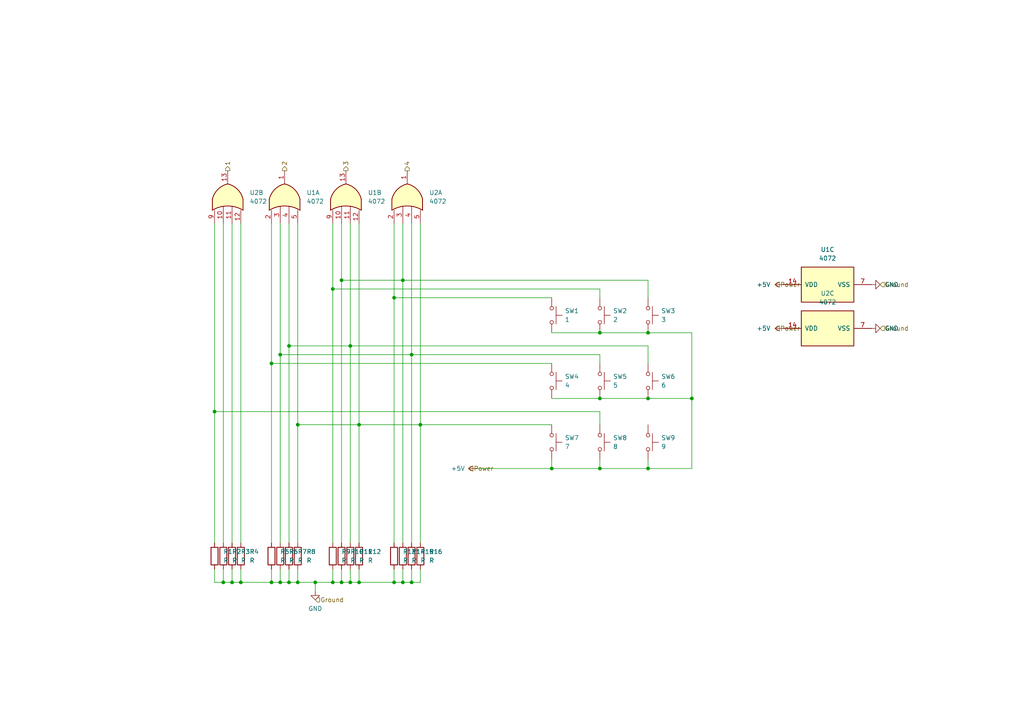
<source format=kicad_sch>
(kicad_sch (version 20250114) (generator "eeschema") (generator_version "9.0")
  (paper "A4")
  (lib_symbols
    (symbol "4xxx:4072" (pin_names (offset 1.016))
      (property "Reference" "U" (at 0 1.27 0))
      (property "Value" "4072" (at 0 -1.27 0))
      (symbol "4072_1_1"
        (arc (start -3.81 4.445) (mid -2.5908 0) (end -3.81 -4.445) (stroke (width 0.254)))
        (polyline (pts (xy -3.81 4.445) (xy -0.635 4.445)) (stroke (width 0.254)) (fill (type background)))
        (polyline (pts (xy -3.81 -4.445) (xy -0.635 -4.445)) (stroke (width 0.254)) (fill (type background)))
        (arc (start -0.6096 4.445) (mid 2.2198 2.8385) (end 3.81 0) (stroke (width 0.254)) (fill (type background)))
        (arc (start 3.81 0) (mid 2.224 -2.8428) (end -0.6096 -4.445) (stroke (width 0.254)) (fill (type background)))
        (polyline (pts (xy -0.635 4.445) (xy -3.81 4.445) (xy -3.81 4.445) (xy -3.6322 4.0894) (xy -3.0988 2.921) (xy -2.7686 1.6764) (xy -2.6162 0.4318) (xy -2.6416 -0.8636) (xy -2.8702 -2.1082) (xy -3.2512 -3.3274) (xy -3.81 -4.445) (xy -3.81 -4.445) (xy -0.635 -4.445)) (stroke (width -25.4)) (fill (type background)))
        (pin input line (at -7.62 3.81 0) (length 3.81) (name "~") (number "2"))
        (pin input line (at -7.62 1.27 0) (length 4.826) (name "~") (number "3"))
        (pin input line (at -7.62 -1.27 0) (length 4.826) (name "~") (number "4"))
        (pin input line (at -7.62 -3.81 0) (length 3.81) (name "~") (number "5"))
        (pin output line (at 7.62 0 180) (length 3.81) (name "~") (number "1"))
      )
      (symbol "4072_1_2"
        (arc (start -0.635 4.445) (mid 3.7907 0) (end -0.635 -4.445) (stroke (width 0.254)) (fill (type background)))
        (polyline (pts (xy -0.635 4.445) (xy -3.81 4.445) (xy -3.81 -4.445) (xy -0.635 -4.445)) (stroke (width 0.254)) (fill (type background)))
        (pin input inverted (at -7.62 3.81 0) (length 3.81) (name "~") (number "2"))
        (pin input inverted (at -7.62 1.27 0) (length 3.81) (name "~") (number "3"))
        (pin input inverted (at -7.62 -1.27 0) (length 3.81) (name "~") (number "4"))
        (pin input inverted (at -7.62 -3.81 0) (length 3.81) (name "~") (number "5"))
        (pin output inverted (at 7.62 0 180) (length 3.81) (name "~") (number "1"))
      )
      (symbol "4072_2_1"
        (arc (start -3.81 4.445) (mid -2.5908 0) (end -3.81 -4.445) (stroke (width 0.254)))
        (polyline (pts (xy -3.81 4.445) (xy -0.635 4.445)) (stroke (width 0.254)) (fill (type background)))
        (polyline (pts (xy -3.81 -4.445) (xy -0.635 -4.445)) (stroke (width 0.254)) (fill (type background)))
        (arc (start -0.6096 4.445) (mid 2.2198 2.8385) (end 3.81 0) (stroke (width 0.254)) (fill (type background)))
        (arc (start 3.81 0) (mid 2.224 -2.8428) (end -0.6096 -4.445) (stroke (width 0.254)) (fill (type background)))
        (polyline (pts (xy -0.635 4.445) (xy -3.81 4.445) (xy -3.81 4.445) (xy -3.6322 4.0894) (xy -3.0988 2.921) (xy -2.7686 1.6764) (xy -2.6162 0.4318) (xy -2.6416 -0.8636) (xy -2.8702 -2.1082) (xy -3.2512 -3.3274) (xy -3.81 -4.445) (xy -3.81 -4.445) (xy -0.635 -4.445)) (stroke (width -25.4)) (fill (type background)))
        (pin input line (at -7.62 3.81 0) (length 3.81) (name "~") (number "9"))
        (pin input line (at -7.62 1.27 0) (length 4.826) (name "~") (number "10"))
        (pin input line (at -7.62 -1.27 0) (length 4.826) (name "~") (number "11"))
        (pin input line (at -7.62 -3.81 0) (length 3.81) (name "~") (number "12"))
        (pin output line (at 7.62 0 180) (length 3.81) (name "~") (number "13"))
      )
      (symbol "4072_2_2"
        (arc (start -0.635 4.445) (mid 3.7907 0) (end -0.635 -4.445) (stroke (width 0.254)) (fill (type background)))
        (polyline (pts (xy -0.635 4.445) (xy -3.81 4.445) (xy -3.81 -4.445) (xy -0.635 -4.445)) (stroke (width 0.254)) (fill (type background)))
        (pin input inverted (at -7.62 3.81 0) (length 3.81) (name "~") (number "9"))
        (pin input inverted (at -7.62 1.27 0) (length 3.81) (name "~") (number "10"))
        (pin input inverted (at -7.62 -1.27 0) (length 3.81) (name "~") (number "11"))
        (pin input inverted (at -7.62 -3.81 0) (length 3.81) (name "~") (number "12"))
        (pin output inverted (at 7.62 0 180) (length 3.81) (name "~") (number "13"))
      )
      (symbol "4072_3_0"
        (pin power_in line (at 0 12.7 270) (length 5.08) (name "VDD") (number "14"))
        (pin power_in line (at 0 -12.7 90) (length 5.08) (name "VSS") (number "7"))
      )
      (symbol "4072_3_1"
        (rectangle (start -5.08 7.62) (end 5.08 -7.62) (stroke (width 0.254)) (fill (type background)))
      )
    )
    (symbol "Device:R" (pin_numbers (hide yes)) (pin_names (offset 0))
      (property "Reference" "R" (at 2.032 0 90))
      (property "Value" "R" (at 0 0 90))
      (symbol "R_0_1"
        (rectangle (start -1.016 -2.54) (end 1.016 2.54) (stroke (width 0.254)))
      )
      (symbol "R_1_1"
        (pin passive line (at 0 3.81 270) (length 1.27) (name "~") (number "1"))
        (pin passive line (at 0 -3.81 90) (length 1.27) (name "~") (number "2"))
      )
    )
    (symbol "Switch:SW_Push" (pin_numbers (hide yes)) (pin_names (offset 1.016) (hide yes))
      (property "Reference" "SW" (at 1.27 2.54 0))
      (property "Value" "SW_Push" (at 0 -1.524 0))
      (symbol "SW_Push_0_1"
        (circle (center -2.032 0) (radius 0.508))
        (polyline (pts (xy 0 1.27) (xy 0 3.048)))
        (circle (center 2.032 0) (radius 0.508))
        (polyline (pts (xy 2.54 1.27) (xy -2.54 1.27)))
        (pin passive line (at -5.08 0 0) (length 2.54) (name "1") (number "1"))
        (pin passive line (at 5.08 0 180) (length 2.54) (name "2") (number "2"))
      )
    )
    (symbol "power:+5V" (power) (pin_numbers (hide yes)) (pin_names (offset 0) (hide yes))
      (property "Value" "+5V" (at 0 3.556 0))
      (symbol "+5V_0_1"
        (polyline (pts (xy -0.762 1.27) (xy 0 2.54)))
        (polyline (pts (xy 0 2.54) (xy 0.762 1.27)))
        (polyline (pts (xy 0 0) (xy 0 2.54)))
      )
      (symbol "+5V_1_1"
        (pin power_in line (at 0 0 90) (length 0) (name "~") (number "1"))
      )
    )
    (symbol "power:GND" (power) (pin_numbers (hide yes)) (pin_names (offset 0) (hide yes))
      (property "Value" "GND" (at 0 -3.81 0))
      (symbol "GND_0_1"
        (polyline (pts (xy 0 0) (xy 0 -1.27) (xy 1.27 -1.27) (xy 0 -2.54) (xy -1.27 -1.27) (xy 0 -1.27)))
      )
      (symbol "GND_1_1"
        (pin power_in line (at 0 0 270) (length 0) (name "~") (number "1"))
      )
    )
  )
  (junction (at 200.66 115.57))
  (junction (at 119.38 102.87))
  (junction (at 173.99 115.57))
  (junction (at 64.77 168.91))
  (junction (at 160.02 135.89))
  (junction (at 187.96 96.52))
  (junction (at 101.6 168.91))
  (junction (at 173.99 135.89))
  (junction (at 62.23 119.38))
  (junction (at 99.06 81.28))
  (junction (at 114.3 168.91))
  (junction (at 104.14 123.19))
  (junction (at 78.74 168.91))
  (junction (at 99.06 168.91))
  (junction (at 121.92 123.19))
  (junction (at 86.36 168.91))
  (junction (at 67.31 168.91))
  (junction (at 86.36 123.19))
  (junction (at 119.38 168.91))
  (junction (at 78.74 105.41))
  (junction (at 69.85 168.91))
  (junction (at 187.96 115.57))
  (junction (at 173.99 96.52))
  (junction (at 81.28 102.87))
  (junction (at 83.82 168.91))
  (junction (at 81.28 168.91))
  (junction (at 96.52 168.91))
  (junction (at 116.84 81.28))
  (junction (at 187.96 135.89))
  (junction (at 96.52 83.82))
  (junction (at 91.44 168.91))
  (junction (at 104.14 168.91))
  (junction (at 83.82 100.33))
  (junction (at 116.84 168.91))
  (junction (at 114.3 86.36))
  (junction (at 101.6 100.33))
  (wire (pts (xy 116.84 168.91) (xy 119.38 168.91)))
  (wire (pts (xy 67.31 168.91) (xy 69.85 168.91)))
  (wire (pts (xy 101.6 168.91) (xy 104.14 168.91)))
  (wire (pts (xy 187.96 133.35) (xy 187.96 135.89)))
  (wire (pts (xy 99.06 81.28) (xy 116.84 81.28)))
  (wire (pts (xy 119.38 168.91) (xy 121.92 168.91)))
  (wire (pts (xy 81.28 168.91) (xy 83.82 168.91)))
  (wire (pts (xy 96.52 165.1) (xy 96.52 168.91)))
  (wire (pts (xy 200.66 135.89) (xy 187.96 135.89)))
  (wire (pts (xy 69.85 64.77) (xy 69.85 157.48)))
  (wire (pts (xy 64.77 64.77) (xy 64.77 157.48)))
  (wire (pts (xy 173.99 105.41) (xy 173.99 102.87)))
  (wire (pts (xy 81.28 102.87) (xy 81.28 157.48)))
  (wire (pts (xy 96.52 83.82) (xy 96.52 157.48)))
  (wire (pts (xy 101.6 165.1) (xy 101.6 168.91)))
  (wire (pts (xy 104.14 123.19) (xy 121.92 123.19)))
  (wire (pts (xy 78.74 105.41) (xy 78.74 157.48)))
  (wire (pts (xy 173.99 115.57) (xy 187.96 115.57)))
  (wire (pts (xy 104.14 168.91) (xy 114.3 168.91)))
  (wire (pts (xy 187.96 135.89) (xy 173.99 135.89)))
  (wire (pts (xy 83.82 168.91) (xy 86.36 168.91)))
  (wire (pts (xy 78.74 168.91) (xy 81.28 168.91)))
  (wire (pts (xy 96.52 168.91) (xy 99.06 168.91)))
  (wire (pts (xy 62.23 165.1) (xy 62.23 168.91)))
  (wire (pts (xy 114.3 86.36) (xy 114.3 157.48)))
  (wire (pts (xy 114.3 64.77) (xy 114.3 86.36)))
  (wire (pts (xy 116.84 81.28) (xy 187.96 81.28)))
  (wire (pts (xy 86.36 123.19) (xy 104.14 123.19)))
  (wire (pts (xy 86.36 168.91) (xy 91.44 168.91)))
  (wire (pts (xy 187.96 86.36) (xy 187.96 81.28)))
  (wire (pts (xy 69.85 168.91) (xy 78.74 168.91)))
  (wire (pts (xy 121.92 123.19) (xy 160.02 123.19)))
  (wire (pts (xy 101.6 100.33) (xy 101.6 157.48)))
  (wire (pts (xy 121.92 168.91) (xy 121.92 165.1)))
  (wire (pts (xy 119.38 102.87) (xy 173.99 102.87)))
  (wire (pts (xy 86.36 165.1) (xy 86.36 168.91)))
  (wire (pts (xy 62.23 168.91) (xy 64.77 168.91)))
  (wire (pts (xy 119.38 165.1) (xy 119.38 168.91)))
  (wire (pts (xy 200.66 96.52) (xy 200.66 115.57)))
  (wire (pts (xy 91.44 168.91) (xy 96.52 168.91)))
  (wire (pts (xy 64.77 165.1) (xy 64.77 168.91)))
  (wire (pts (xy 83.82 165.1) (xy 83.82 168.91)))
  (wire (pts (xy 116.84 165.1) (xy 116.84 168.91)))
  (wire (pts (xy 62.23 119.38) (xy 62.23 157.48)))
  (wire (pts (xy 187.96 105.41) (xy 187.96 100.33)))
  (wire (pts (xy 173.99 86.36) (xy 173.99 83.82)))
  (wire (pts (xy 160.02 135.89) (xy 138.43 135.89)))
  (wire (pts (xy 62.23 64.77) (xy 62.23 119.38)))
  (wire (pts (xy 119.38 102.87) (xy 119.38 157.48)))
  (wire (pts (xy 81.28 102.87) (xy 119.38 102.87)))
  (wire (pts (xy 104.14 64.77) (xy 104.14 123.19)))
  (wire (pts (xy 104.14 123.19) (xy 104.14 157.48)))
  (wire (pts (xy 67.31 64.77) (xy 67.31 157.48)))
  (wire (pts (xy 78.74 64.77) (xy 78.74 105.41)))
  (wire (pts (xy 91.44 168.91) (xy 91.44 171.45)))
  (wire (pts (xy 160.02 133.35) (xy 160.02 135.89)))
  (wire (pts (xy 86.36 64.77) (xy 86.36 123.19)))
  (wire (pts (xy 116.84 64.77) (xy 116.84 81.28)))
  (wire (pts (xy 121.92 123.19) (xy 121.92 157.48)))
  (wire (pts (xy 119.38 64.77) (xy 119.38 102.87)))
  (wire (pts (xy 99.06 64.77) (xy 99.06 81.28)))
  (wire (pts (xy 121.92 64.77) (xy 121.92 123.19)))
  (wire (pts (xy 116.84 81.28) (xy 116.84 157.48)))
  (wire (pts (xy 173.99 135.89) (xy 160.02 135.89)))
  (wire (pts (xy 114.3 168.91) (xy 116.84 168.91)))
  (wire (pts (xy 160.02 115.57) (xy 173.99 115.57)))
  (wire (pts (xy 86.36 123.19) (xy 86.36 157.48)))
  (wire (pts (xy 81.28 64.77) (xy 81.28 102.87)))
  (wire (pts (xy 173.99 119.38) (xy 62.23 119.38)))
  (wire (pts (xy 83.82 100.33) (xy 101.6 100.33)))
  (wire (pts (xy 83.82 100.33) (xy 83.82 157.48)))
  (wire (pts (xy 96.52 83.82) (xy 173.99 83.82)))
  (wire (pts (xy 78.74 105.41) (xy 160.02 105.41)))
  (wire (pts (xy 99.06 81.28) (xy 99.06 157.48)))
  (wire (pts (xy 104.14 165.1) (xy 104.14 168.91)))
  (wire (pts (xy 99.06 168.91) (xy 101.6 168.91)))
  (wire (pts (xy 99.06 165.1) (xy 99.06 168.91)))
  (wire (pts (xy 67.31 165.1) (xy 67.31 168.91)))
  (wire (pts (xy 78.74 165.1) (xy 78.74 168.91)))
  (wire (pts (xy 187.96 115.57) (xy 200.66 115.57)))
  (wire (pts (xy 173.99 133.35) (xy 173.99 135.89)))
  (wire (pts (xy 200.66 115.57) (xy 200.66 135.89)))
  (wire (pts (xy 173.99 123.19) (xy 173.99 119.38)))
  (wire (pts (xy 114.3 165.1) (xy 114.3 168.91)))
  (wire (pts (xy 101.6 100.33) (xy 187.96 100.33)))
  (wire (pts (xy 83.82 64.77) (xy 83.82 100.33)))
  (wire (pts (xy 81.28 165.1) (xy 81.28 168.91)))
  (wire (pts (xy 64.77 168.91) (xy 67.31 168.91)))
  (wire (pts (xy 173.99 96.52) (xy 187.96 96.52)))
  (wire (pts (xy 101.6 64.77) (xy 101.6 100.33)))
  (wire (pts (xy 114.3 86.36) (xy 160.02 86.36)))
  (wire (pts (xy 160.02 96.52) (xy 173.99 96.52)))
  (wire (pts (xy 187.96 96.52) (xy 200.66 96.52)))
  (wire (pts (xy 69.85 165.1) (xy 69.85 168.91)))
  (wire (pts (xy 96.52 64.77) (xy 96.52 83.82)))
  (hierarchical_label "Power" (shape input) (at 135.89 135.89 0))
  (hierarchical_label "1" (shape output) (at 66.04 49.53 90))
  (hierarchical_label "Ground" (shape input) (at 255.27 82.55 0))
  (hierarchical_label "Ground" (shape input) (at 255.27 95.25 0))
  (hierarchical_label "3" (shape output) (at 100.33 49.53 90))
  (hierarchical_label "4" (shape output) (at 118.11 49.53 90))
  (hierarchical_label "Power" (shape input) (at 224.79 95.25 0))
  (hierarchical_label "Power" (shape input) (at 224.79 82.55 0))
  (hierarchical_label "Ground" (shape input) (at 91.44 173.99 0))
  (hierarchical_label "2" (shape output) (at 82.55 49.53 90))
  (symbol (lib_id "Switch:SW_Push") (at 187.96 91.44 270) (unit 1)
    (property "Reference" "SW3" (at 191.77 90.1699 90) (effects (justify left)))
    (property "Value" "3" (at 191.77 92.7099 90) (effects (justify left)))
    (property "Description" "Push button switch, generic, two pins" (effects (hide yes)))
  )
  (symbol (lib_id "4xxx:4072") (at 66.04 57.15 90) (unit 2)
    (property "Reference" "U2" (at 72.39 55.8799 90) (effects (justify right)))
    (property "Value" "4072" (at 72.39 58.4199 90) (effects (justify right)))
    (property "Datasheet" "http://www.intersil.com/content/dam/Intersil/documents/cd40/cd4071bms-72bms-75bms.pdf" (effects (hide yes)))
    (property "Description" "Dual 4 input OR gate" (effects (hide yes)))
  )
  (symbol (lib_id "Device:R") (at 114.3 161.29 0) (unit 1)
    (property "Reference" "R13" (at 116.84 160.0199 0) (effects (justify left)))
    (property "Value" "R" (at 116.84 162.5599 0) (effects (justify left)))
    (property "Description" "Resistor" (effects (hide yes)))
  )
  (symbol (lib_id "4xxx:4072") (at 240.03 82.55 90) (unit 3)
    (property "Reference" "U1" (at 240.03 72.39 90))
    (property "Value" "4072" (at 240.03 74.93 90))
    (property "Datasheet" "http://www.intersil.com/content/dam/Intersil/documents/cd40/cd4071bms-72bms-75bms.pdf" (effects (hide yes)))
    (property "Description" "Dual 4 input OR gate" (effects (hide yes)))
  )
  (symbol (lib_id "Switch:SW_Push") (at 173.99 91.44 270) (unit 1)
    (property "Reference" "SW2" (at 177.8 90.1699 90) (effects (justify left)))
    (property "Value" "2" (at 177.8 92.7099 90) (effects (justify left)))
    (property "Description" "Push button switch, generic, two pins" (effects (hide yes)))
  )
  (symbol (lib_id "Device:R") (at 78.74 161.29 0) (unit 1)
    (property "Reference" "R5" (at 81.28 160.0199 0) (effects (justify left)))
    (property "Value" "R" (at 81.28 162.5599 0) (effects (justify left)))
    (property "Description" "Resistor" (effects (hide yes)))
  )
  (symbol (lib_id "Switch:SW_Push") (at 187.96 110.49 270) (mirror x) (unit 1)
    (property "Reference" "SW6" (at 191.77 109.2199 90) (effects (justify left)))
    (property "Value" "6" (at 191.77 111.7599 90) (effects (justify left)))
    (property "Description" "Push button switch, generic, two pins" (effects (hide yes)))
  )
  (symbol (lib_id "4xxx:4072") (at 82.55 57.15 90) (unit 1)
    (property "Reference" "U1" (at 88.9 55.8799 90) (effects (justify right)))
    (property "Value" "4072" (at 88.9 58.4199 90) (effects (justify right)))
    (property "Datasheet" "http://www.intersil.com/content/dam/Intersil/documents/cd40/cd4071bms-72bms-75bms.pdf" (effects (hide yes)))
    (property "Description" "Dual 4 input OR gate" (effects (hide yes)))
  )
  (symbol (lib_id "Switch:SW_Push") (at 160.02 91.44 270) (unit 1)
    (property "Reference" "SW1" (at 163.83 90.1699 90) (effects (justify left)))
    (property "Value" "1" (at 163.83 92.7099 90) (effects (justify left)))
    (property "Description" "Push button switch, generic, two pins" (effects (hide yes)))
  )
  (symbol (lib_id "Device:R") (at 67.31 161.29 0) (unit 1)
    (property "Reference" "R3" (at 69.85 160.0199 0) (effects (justify left)))
    (property "Value" "R" (at 69.85 162.5599 0) (effects (justify left)))
    (property "Description" "Resistor" (effects (hide yes)))
  )
  (symbol (lib_id "power:+5V") (at 227.33 95.25 90) (unit 1)
    (property "Reference" "#PWR04" (effects (hide yes)))
    (property "Value" "+5V" (at 223.52 95.2499 90) (effects (justify left)))
    (property "Description" "Power symbol creates a global label with name \"+5V\"" (effects (hide yes)))
  )
  (symbol (lib_id "Switch:SW_Push") (at 160.02 110.49 270) (unit 1)
    (property "Reference" "SW4" (at 163.83 109.2199 90) (effects (justify left)))
    (property "Value" "4" (at 163.83 111.7599 90) (effects (justify left)))
    (property "Description" "Push button switch, generic, two pins" (effects (hide yes)))
  )
  (symbol (lib_id "power:+5V") (at 227.33 82.55 90) (unit 1)
    (property "Reference" "#PWR03" (effects (hide yes)))
    (property "Value" "+5V" (at 223.52 82.5499 90) (effects (justify left)))
    (property "Description" "Power symbol creates a global label with name \"+5V\"" (effects (hide yes)))
  )
  (symbol (lib_id "Device:R") (at 64.77 161.29 0) (unit 1)
    (property "Reference" "R2" (at 67.31 160.0199 0) (effects (justify left)))
    (property "Value" "R" (at 67.31 162.5599 0) (effects (justify left)))
    (property "Description" "Resistor" (effects (hide yes)))
  )
  (symbol (lib_id "Device:R") (at 116.84 161.29 0) (unit 1)
    (property "Reference" "R14" (at 119.38 160.0199 0) (effects (justify left)))
    (property "Value" "R" (at 119.38 162.5599 0) (effects (justify left)))
    (property "Description" "Resistor" (effects (hide yes)))
  )
  (symbol (lib_id "power:+5V") (at 138.43 135.89 90) (unit 1)
    (property "Reference" "#PWR01" (effects (hide yes)))
    (property "Value" "+5V" (at 134.874 135.89 90) (effects (justify left)))
    (property "Description" "Power symbol creates a global label with name \"+5V\"" (effects (hide yes)))
  )
  (symbol (lib_id "Switch:SW_Push") (at 173.99 110.49 270) (unit 1)
    (property "Reference" "SW5" (at 177.8 109.2199 90) (effects (justify left)))
    (property "Value" "5" (at 177.8 111.7599 90) (effects (justify left)))
    (property "Description" "Push button switch, generic, two pins" (effects (hide yes)))
  )
  (symbol (lib_id "Device:R") (at 81.28 161.29 0) (unit 1)
    (property "Reference" "R6" (at 83.82 160.0199 0) (effects (justify left)))
    (property "Value" "R" (at 83.82 162.5599 0) (effects (justify left)))
    (property "Description" "Resistor" (effects (hide yes)))
  )
  (symbol (lib_id "4xxx:4072") (at 100.33 57.15 90) (unit 2)
    (property "Reference" "U1" (at 106.68 55.8799 90) (effects (justify right)))
    (property "Value" "4072" (at 106.68 58.4199 90) (effects (justify right)))
    (property "Datasheet" "http://www.intersil.com/content/dam/Intersil/documents/cd40/cd4071bms-72bms-75bms.pdf" (effects (hide yes)))
    (property "Description" "Dual 4 input OR gate" (effects (hide yes)))
  )
  (symbol (lib_id "power:GND") (at 91.44 171.45 0) (unit 1)
    (property "Reference" "#PWR02" (effects (hide yes)))
    (property "Value" "GND" (at 91.44 176.53 0))
    (property "Description" "Power symbol creates a global label with name \"GND\" , ground" (effects (hide yes)))
  )
  (symbol (lib_id "Device:R") (at 121.92 161.29 0) (unit 1)
    (property "Reference" "R16" (at 124.46 160.0199 0) (effects (justify left)))
    (property "Value" "R" (at 124.46 162.5599 0) (effects (justify left)))
    (property "Description" "Resistor" (effects (hide yes)))
  )
  (symbol (lib_id "Device:R") (at 104.14 161.29 0) (unit 1)
    (property "Reference" "R12" (at 106.68 160.0199 0) (effects (justify left)))
    (property "Value" "R" (at 106.68 162.5599 0) (effects (justify left)))
    (property "Description" "Resistor" (effects (hide yes)))
  )
  (symbol (lib_id "Switch:SW_Push") (at 173.99 128.27 270) (mirror x) (unit 1)
    (property "Reference" "SW8" (at 177.8 126.9999 90) (effects (justify left)))
    (property "Value" "8" (at 177.8 129.5399 90) (effects (justify left)))
    (property "Description" "Push button switch, generic, two pins" (effects (hide yes)))
  )
  (symbol (lib_id "Switch:SW_Push") (at 160.02 128.27 270) (mirror x) (unit 1)
    (property "Reference" "SW7" (at 163.83 126.9999 90) (effects (justify left)))
    (property "Value" "7" (at 163.83 129.5399 90) (effects (justify left)))
    (property "Description" "Push button switch, generic, two pins" (effects (hide yes)))
  )
  (symbol (lib_id "4xxx:4072") (at 240.03 95.25 90) (unit 3)
    (property "Reference" "U2" (at 240.03 85.09 90))
    (property "Value" "4072" (at 240.03 87.63 90))
    (property "Datasheet" "http://www.intersil.com/content/dam/Intersil/documents/cd40/cd4071bms-72bms-75bms.pdf" (effects (hide yes)))
    (property "Description" "Dual 4 input OR gate" (effects (hide yes)))
  )
  (symbol (lib_id "Device:R") (at 101.6 161.29 0) (unit 1)
    (property "Reference" "R11" (at 104.14 160.0199 0) (effects (justify left)))
    (property "Value" "R" (at 104.14 162.5599 0) (effects (justify left)))
    (property "Description" "Resistor" (effects (hide yes)))
  )
  (symbol (lib_id "Device:R") (at 69.85 161.29 0) (unit 1)
    (property "Reference" "R4" (at 72.39 160.0199 0) (effects (justify left)))
    (property "Value" "R" (at 72.39 162.5599 0) (effects (justify left)))
    (property "Description" "Resistor" (effects (hide yes)))
  )
  (symbol (lib_id "4xxx:4072") (at 118.11 57.15 90) (unit 1)
    (property "Reference" "U2" (at 124.46 55.8799 90) (effects (justify right)))
    (property "Value" "4072" (at 124.46 58.4199 90) (effects (justify right)))
    (property "Datasheet" "http://www.intersil.com/content/dam/Intersil/documents/cd40/cd4071bms-72bms-75bms.pdf" (effects (hide yes)))
    (property "Description" "Dual 4 input OR gate" (effects (hide yes)))
  )
  (symbol (lib_id "Device:R") (at 62.23 161.29 0) (unit 1)
    (property "Reference" "R1" (at 64.77 160.0199 0) (effects (justify left)))
    (property "Value" "R" (at 64.77 162.5599 0) (effects (justify left)))
    (property "Description" "Resistor" (effects (hide yes)))
  )
  (symbol (lib_id "Device:R") (at 99.06 161.29 0) (unit 1)
    (property "Reference" "R10" (at 101.6 160.0199 0) (effects (justify left)))
    (property "Value" "R" (at 101.6 162.5599 0) (effects (justify left)))
    (property "Description" "Resistor" (effects (hide yes)))
  )
  (symbol (lib_id "Switch:SW_Push") (at 187.96 128.27 270) (mirror x) (unit 1)
    (property "Reference" "SW9" (at 191.77 126.9999 90) (effects (justify left)))
    (property "Value" "9" (at 191.77 129.5399 90) (effects (justify left)))
    (property "Description" "Push button switch, generic, two pins" (effects (hide yes)))
  )
  (symbol (lib_id "Device:R") (at 96.52 161.29 0) (unit 1)
    (property "Reference" "R9" (at 99.06 160.0199 0) (effects (justify left)))
    (property "Value" "R" (at 99.06 162.5599 0) (effects (justify left)))
    (property "Description" "Resistor" (effects (hide yes)))
  )
  (symbol (lib_id "Device:R") (at 86.36 161.29 0) (unit 1)
    (property "Reference" "R8" (at 88.9 160.0199 0) (effects (justify left)))
    (property "Value" "R" (at 88.9 162.5599 0) (effects (justify left)))
    (property "Description" "Resistor" (effects (hide yes)))
  )
  (symbol (lib_id "power:GND") (at 252.73 95.25 90) (mirror x) (unit 1)
    (property "Reference" "#PWR06" (effects (hide yes)))
    (property "Value" "GND" (at 256.54 95.2499 90) (effects (justify right)))
    (property "Description" "Power symbol creates a global label with name \"GND\" , ground" (effects (hide yes)))
  )
  (symbol (lib_id "Device:R") (at 119.38 161.29 0) (unit 1)
    (property "Reference" "R15" (at 121.92 160.0199 0) (effects (justify left)))
    (property "Value" "R" (at 121.92 162.5599 0) (effects (justify left)))
    (property "Description" "Resistor" (effects (hide yes)))
  )
  (symbol (lib_id "power:GND") (at 252.73 82.55 90) (mirror x) (unit 1)
    (property "Reference" "#PWR05" (effects (hide yes)))
    (property "Value" "GND" (at 256.54 82.5499 90) (effects (justify right)))
    (property "Description" "Power symbol creates a global label with name \"GND\" , ground" (effects (hide yes)))
  )
  (symbol (lib_id "Device:R") (at 83.82 161.29 0) (unit 1)
    (property "Reference" "R7" (at 86.36 160.0199 0) (effects (justify left)))
    (property "Value" "R" (at 86.36 162.5599 0) (effects (justify left)))
    (property "Description" "Resistor" (effects (hide yes)))
  )
)
</source>
